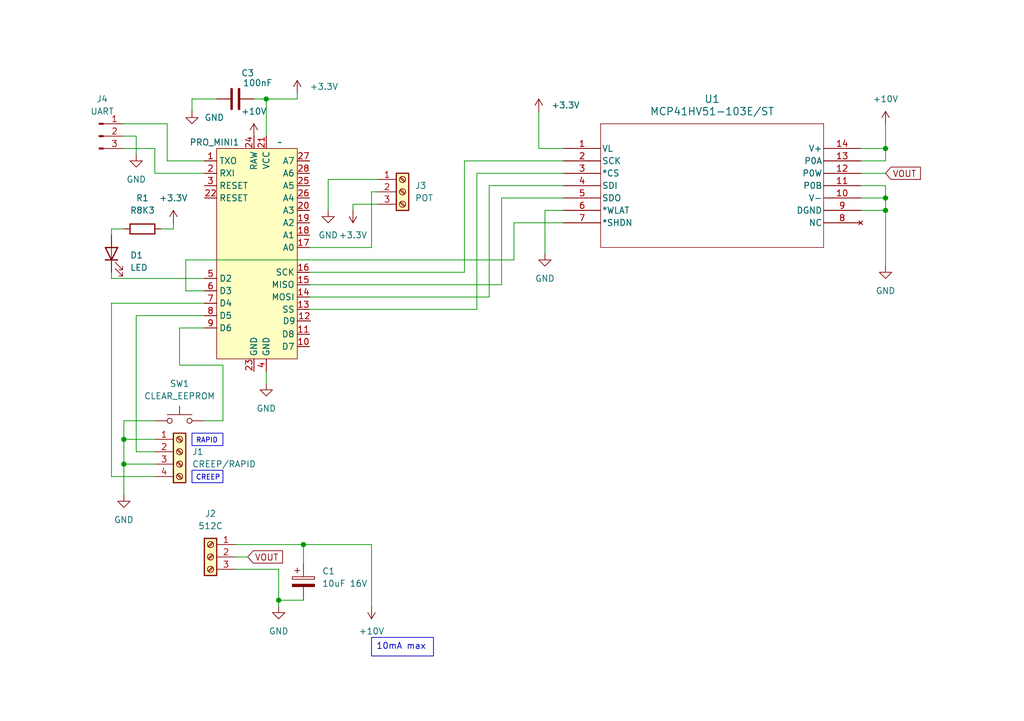
<source format=kicad_sch>
(kicad_sch (version 20231120) (generator "eeschema") (generator_version "8.0")
  (paper "A5")
  (lib_symbols
    (symbol "00_MCU_Module:Arduino_Pro_Mini"
      (property "Reference" "PRO_MINI" (at 2.286 1.778 0))
      (symbol "Arduino_Pro_Mini_1_1"
        (rectangle (start -16.51 0) (end 0 -43.18) (fill (type background)))
        (pin output line (at -19.05 -2.54 0) (length 2.54) (name "TXO") (number "1"))
        (pin bidirectional line (at 2.54 -40.64 180) (length 2.54) (name "D7") (number "10"))
        (pin bidirectional line (at 2.54 -38.1 180) (length 2.54) (name "D8") (number "11"))
        (pin bidirectional line (at 2.7104 -35.3895 180) (length 2.54) (name "D9") (number "12"))
        (pin bidirectional line (at 2.54 -33.02 180) (length 2.54) (name "D10") (number "13") (alternate "SS" output line))
        (pin bidirectional line (at 2.54 -30.48 180) (length 2.54) (name "D11") (number "14") (alternate "MOSI" output line))
        (pin bidirectional line (at 2.54 -27.94 180) (length 2.54) (name "D12") (number "15") (alternate "MISO" input line))
        (pin bidirectional line (at 2.54 -25.4 180) (length 2.54) (name "D13") (number "16") (alternate "SCK" output line))
        (pin input line (at 2.54 -20.32 180) (length 2.54) (name "A0") (number "17"))
        (pin input line (at 2.54 -17.78 180) (length 2.54) (name "A1") (number "18"))
        (pin input line (at 2.54 -15.24 180) (length 2.54) (name "A2") (number "19"))
        (pin input line (at -19.05 -5.08 0) (length 2.54) (name "RXI") (number "2"))
        (pin input line (at 2.54 -12.7 180) (length 2.54) (name "A3") (number "20"))
        (pin power_in line (at -6.35 2.54 270) (length 2.54) (name "VCC") (number "21"))
        (pin input line (at -19.05 -10.16 0) (length 2.54) (name "RESET") (number "22"))
        (pin power_in line (at -8.89 -45.72 90) (length 2.54) (name "GND") (number "23"))
        (pin power_in line (at -8.89 2.54 270) (length 2.54) (name "RAW") (number "24"))
        (pin input line (at 2.54 -7.62 180) (length 2.54) (name "A5") (number "25"))
        (pin input line (at 2.54 -10.16 180) (length 2.54) (name "A4") (number "26"))
        (pin input line (at 2.54 -2.54 180) (length 2.54) (name "A7") (number "27"))
        (pin input line (at 2.54 -5.08 180) (length 2.54) (name "A6") (number "28"))
        (pin input line (at -19.05 -7.62 0) (length 2.54) (name "RESET") (number "3"))
        (pin power_in line (at -6.35 -45.72 90) (length 2.54) (name "GND") (number "4"))
        (pin bidirectional line (at -19.05 -26.67 0) (length 2.54) (name "D2") (number "5"))
        (pin bidirectional line (at -19.05 -29.21 0) (length 2.54) (name "D3") (number "6"))
        (pin bidirectional line (at -19.05 -31.75 0) (length 2.54) (name "D4") (number "7"))
        (pin bidirectional line (at -19.05 -34.29 0) (length 2.54) (name "D5") (number "8"))
        (pin bidirectional line (at -19.05 -36.83 0) (length 2.54) (name "D6") (number "9"))
      )
    )
    (symbol "2024-07-15_14-13-34:MCP41HV51-103E_ST" (pin_names (offset 0.254))
      (property "Reference" "U" (at 30.48 10.16 0))
      (property "Value" "MCP41HV51-103E/ST" (at 30.48 7.62 0))
      (symbol "MCP41HV51-103E_ST_0_1"
        (polyline (pts (xy 7.62 -20.32) (xy 53.34 -20.32)) (stroke (width 0.127)))
        (polyline (pts (xy 7.62 5.08) (xy 7.62 -20.32)) (stroke (width 0.127)))
        (polyline (pts (xy 53.34 -20.32) (xy 53.34 5.08)) (stroke (width 0.127)))
        (polyline (pts (xy 53.34 5.08) (xy 7.62 5.08)) (stroke (width 0.127)))
        (pin power_in line (at 0 0 0) (length 7.62) (name "VL") (number "1"))
        (pin power_in line (at 60.96 -10.16 180) (length 7.62) (name "V-") (number "10"))
        (pin bidirectional line (at 60.96 -7.62 180) (length 7.62) (name "P0B") (number "11"))
        (pin bidirectional line (at 60.96 -5.08 180) (length 7.62) (name "P0W") (number "12"))
        (pin bidirectional line (at 60.96 -2.54 180) (length 7.62) (name "P0A") (number "13"))
        (pin power_in line (at 60.96 0 180) (length 7.62) (name "V+") (number "14"))
        (pin input line (at 0 -2.54 0) (length 7.62) (name "SCK") (number "2"))
        (pin input line (at 0 -5.08 0) (length 7.62) (name "*CS") (number "3"))
        (pin input line (at 0 -7.62 0) (length 7.62) (name "SDI") (number "4"))
        (pin output line (at 0 -10.16 0) (length 7.62) (name "SDO") (number "5"))
        (pin input line (at 0 -12.7 0) (length 7.62) (name "*WLAT") (number "6"))
        (pin input line (at 0 -15.24 0) (length 7.62) (name "*SHDN") (number "7"))
        (pin no_connect line (at 60.96 -15.24 180) (length 7.62) (name "NC") (number "8"))
        (pin power_in line (at 60.96 -12.7 180) (length 7.62) (name "DGND") (number "9"))
      )
    )
    (symbol "Connector:Conn_01x03_Pin" (pin_names (offset 1.016) hide)
      (property "Reference" "J" (at 0 5.08 0))
      (property "Value" "Conn_01x03_Pin" (at 0 -5.08 0))
      (symbol "Conn_01x03_Pin_1_1"
        (polyline (pts (xy 1.27 -2.54) (xy 0.8636 -2.54)) (stroke (width 0.1524)))
        (polyline (pts (xy 1.27 0) (xy 0.8636 0)) (stroke (width 0.1524)))
        (polyline (pts (xy 1.27 2.54) (xy 0.8636 2.54)) (stroke (width 0.1524)))
        (rectangle (start 0.8636 -2.413) (end 0 -2.667) (stroke (width 0.1524)) (fill (type outline)))
        (rectangle (start 0.8636 0.127) (end 0 -0.127) (stroke (width 0.1524)) (fill (type outline)))
        (rectangle (start 0.8636 2.667) (end 0 2.413) (stroke (width 0.1524)) (fill (type outline)))
        (pin passive line (at 5.08 2.54 180) (length 3.81) (name "Pin_1") (number "1"))
        (pin passive line (at 5.08 0 180) (length 3.81) (name "Pin_2") (number "2"))
        (pin passive line (at 5.08 -2.54 180) (length 3.81) (name "Pin_3") (number "3"))
      )
    )
    (symbol "Connector:Screw_Terminal_01x03" (pin_names (offset 1.016) hide)
      (property "Reference" "J" (at 0 5.08 0))
      (property "Value" "Screw_Terminal_01x03" (at 0 -5.08 0))
      (symbol "Screw_Terminal_01x03_1_1"
        (rectangle (start -1.27 3.81) (end 1.27 -3.81) (stroke (width 0.254)) (fill (type background)))
        (circle (center 0 -2.54) (radius 0.635) (stroke (width 0.1524)))
        (polyline (pts (xy -0.5334 -2.2098) (xy 0.3302 -3.048)) (stroke (width 0.1524)))
        (polyline (pts (xy -0.5334 0.3302) (xy 0.3302 -0.508)) (stroke (width 0.1524)))
        (polyline (pts (xy -0.5334 2.8702) (xy 0.3302 2.032)) (stroke (width 0.1524)))
        (polyline (pts (xy -0.3556 -2.032) (xy 0.508 -2.8702)) (stroke (width 0.1524)))
        (polyline (pts (xy -0.3556 0.508) (xy 0.508 -0.3302)) (stroke (width 0.1524)))
        (polyline (pts (xy -0.3556 3.048) (xy 0.508 2.2098)) (stroke (width 0.1524)))
        (circle (center 0 0) (radius 0.635) (stroke (width 0.1524)))
        (circle (center 0 2.54) (radius 0.635) (stroke (width 0.1524)))
        (pin passive line (at -5.08 2.54 0) (length 3.81) (name "Pin_1") (number "1"))
        (pin passive line (at -5.08 0 0) (length 3.81) (name "Pin_2") (number "2"))
        (pin passive line (at -5.08 -2.54 0) (length 3.81) (name "Pin_3") (number "3"))
      )
    )
    (symbol "Connector:Screw_Terminal_01x04" (pin_names (offset 1.016) hide)
      (property "Reference" "J" (at 0 5.08 0))
      (property "Value" "Screw_Terminal_01x04" (at 0 -7.62 0))
      (symbol "Screw_Terminal_01x04_1_1"
        (rectangle (start -1.27 3.81) (end 1.27 -6.35) (stroke (width 0.254)) (fill (type background)))
        (circle (center 0 -5.08) (radius 0.635) (stroke (width 0.1524)))
        (circle (center 0 -2.54) (radius 0.635) (stroke (width 0.1524)))
        (polyline (pts (xy -0.5334 -4.7498) (xy 0.3302 -5.588)) (stroke (width 0.1524)))
        (polyline (pts (xy -0.5334 -2.2098) (xy 0.3302 -3.048)) (stroke (width 0.1524)))
        (polyline (pts (xy -0.5334 0.3302) (xy 0.3302 -0.508)) (stroke (width 0.1524)))
        (polyline (pts (xy -0.5334 2.8702) (xy 0.3302 2.032)) (stroke (width 0.1524)))
        (polyline (pts (xy -0.3556 -4.572) (xy 0.508 -5.4102)) (stroke (width 0.1524)))
        (polyline (pts (xy -0.3556 -2.032) (xy 0.508 -2.8702)) (stroke (width 0.1524)))
        (polyline (pts (xy -0.3556 0.508) (xy 0.508 -0.3302)) (stroke (width 0.1524)))
        (polyline (pts (xy -0.3556 3.048) (xy 0.508 2.2098)) (stroke (width 0.1524)))
        (circle (center 0 0) (radius 0.635) (stroke (width 0.1524)))
        (circle (center 0 2.54) (radius 0.635) (stroke (width 0.1524)))
        (pin passive line (at -5.08 2.54 0) (length 3.81) (name "Pin_1") (number "1"))
        (pin passive line (at -5.08 0 0) (length 3.81) (name "Pin_2") (number "2"))
        (pin passive line (at -5.08 -2.54 0) (length 3.81) (name "Pin_3") (number "3"))
        (pin passive line (at -5.08 -5.08 0) (length 3.81) (name "Pin_4") (number "4"))
      )
    )
    (symbol "Device:C" (pin_numbers hide) (pin_names (offset 0.254))
      (property "Reference" "C" (at 0.635 2.54 0))
      (property "Value" "C" (at 0.635 -2.54 0))
      (symbol "C_0_1"
        (polyline (pts (xy -2.032 -0.762) (xy 2.032 -0.762)) (stroke (width 0.508)))
        (polyline (pts (xy -2.032 0.762) (xy 2.032 0.762)) (stroke (width 0.508)))
      )
      (symbol "C_1_1"
        (pin passive line (at 0 3.81 270) (length 2.794) (name "~") (number "1"))
        (pin passive line (at 0 -3.81 90) (length 2.794) (name "~") (number "2"))
      )
    )
    (symbol "Device:C_Polarized" (pin_numbers hide) (pin_names (offset 0.254))
      (property "Reference" "C" (at 0.635 2.54 0))
      (property "Value" "C_Polarized" (at 0.635 -2.54 0))
      (symbol "C_Polarized_0_1"
        (rectangle (start -2.286 0.508) (end 2.286 1.016))
        (polyline (pts (xy -1.778 2.286) (xy -0.762 2.286)))
        (polyline (pts (xy -1.27 2.794) (xy -1.27 1.778)))
        (rectangle (start 2.286 -0.508) (end -2.286 -1.016) (fill (type outline)))
      )
      (symbol "C_Polarized_1_1"
        (pin passive line (at 0 3.81 270) (length 2.794) (name "~") (number "1"))
        (pin passive line (at 0 -3.81 90) (length 2.794) (name "~") (number "2"))
      )
    )
    (symbol "Device:LED" (pin_numbers hide) (pin_names (offset 1.016) hide)
      (property "Reference" "D" (at 0 2.54 0))
      (property "Value" "LED" (at 0 -2.54 0))
      (symbol "LED_0_1"
        (polyline (pts (xy -1.27 -1.27) (xy -1.27 1.27)) (stroke (width 0.254)))
        (polyline (pts (xy -1.27 0) (xy 1.27 0)))
        (polyline (pts (xy 1.27 -1.27) (xy 1.27 1.27) (xy -1.27 0) (xy 1.27 -1.27)) (stroke (width 0.254)))
        (polyline (pts (xy -3.048 -0.762) (xy -4.572 -2.286) (xy -3.81 -2.286) (xy -4.572 -2.286) (xy -4.572 -1.524)))
        (polyline (pts (xy -1.778 -0.762) (xy -3.302 -2.286) (xy -2.54 -2.286) (xy -3.302 -2.286) (xy -3.302 -1.524)))
      )
      (symbol "LED_1_1"
        (pin passive line (at -3.81 0 0) (length 2.54) (name "K") (number "1"))
        (pin passive line (at 3.81 0 180) (length 2.54) (name "A") (number "2"))
      )
    )
    (symbol "Device:R" (pin_numbers hide) (pin_names (offset 0))
      (property "Reference" "R" (at 2.032 0 90))
      (property "Value" "R" (at 0 0 90))
      (symbol "R_0_1"
        (rectangle (start -1.016 -2.54) (end 1.016 2.54) (stroke (width 0.254)))
      )
      (symbol "R_1_1"
        (pin passive line (at 0 3.81 270) (length 1.27) (name "~") (number "1"))
        (pin passive line (at 0 -3.81 90) (length 1.27) (name "~") (number "2"))
      )
    )
    (symbol "Switch:SW_Push" (pin_numbers hide) (pin_names (offset 1.016) hide)
      (property "Reference" "SW" (at 1.27 2.54 0))
      (property "Value" "SW_Push" (at 0 -1.524 0))
      (symbol "SW_Push_0_1"
        (circle (center -2.032 0) (radius 0.508))
        (polyline (pts (xy 0 1.27) (xy 0 3.048)))
        (polyline (pts (xy 2.54 1.27) (xy -2.54 1.27)))
        (circle (center 2.032 0) (radius 0.508))
        (pin passive line (at -5.08 0 0) (length 2.54) (name "1") (number "1"))
        (pin passive line (at 5.08 0 180) (length 2.54) (name "2") (number "2"))
      )
    )
    (symbol "power:+10V" (power) (pin_numbers hide) (pin_names (offset 0) hide)
      (property "Value" "+10V" (at 0 3.556 0))
      (symbol "+10V_0_1"
        (polyline (pts (xy -0.762 1.27) (xy 0 2.54)))
        (polyline (pts (xy 0 0) (xy 0 2.54)))
        (polyline (pts (xy 0 2.54) (xy 0.762 1.27)))
      )
      (symbol "+10V_1_1"
        (pin power_in line (at 0 0 90) (length 0) (name "~") (number "1"))
      )
    )
    (symbol "power:+3.3V" (power) (pin_numbers hide) (pin_names (offset 0) hide)
      (property "Value" "+3.3V" (at 0 3.556 0))
      (symbol "+3.3V_0_1"
        (polyline (pts (xy -0.762 1.27) (xy 0 2.54)))
        (polyline (pts (xy 0 0) (xy 0 2.54)))
        (polyline (pts (xy 0 2.54) (xy 0.762 1.27)))
      )
      (symbol "+3.3V_1_1"
        (pin power_in line (at 0 0 90) (length 0) (name "~") (number "1"))
      )
    )
    (symbol "power:GND" (power) (pin_numbers hide) (pin_names (offset 0) hide)
      (property "Value" "GND" (at 0 -3.81 0))
      (symbol "GND_0_1"
        (polyline (pts (xy 0 0) (xy 0 -1.27) (xy 1.27 -1.27) (xy 0 -2.54) (xy -1.27 -1.27) (xy 0 -1.27)))
      )
      (symbol "GND_1_1"
        (pin power_in line (at 0 0 270) (length 0) (name "~") (number "1"))
      )
    )
  )
  (junction (at 25.4 90.17))
  (junction (at 54.61 20.32))
  (junction (at 181.61 43.18))
  (junction (at 57.15 123.19))
  (junction (at 62.23 111.76))
  (junction (at 181.61 30.48))
  (junction (at 25.4 95.25))
  (junction (at 181.61 40.64))
  (wire (pts (xy 63.5 58.42) (xy 102.87 58.42)))
  (wire (pts (xy 31.75 95.25) (xy 25.4 95.25)))
  (wire (pts (xy 100.33 60.96) (xy 63.5 60.96)))
  (wire (pts (xy 36.83 74.93) (xy 36.83 67.31)))
  (wire (pts (xy 176.53 38.1) (xy 181.61 38.1)))
  (wire (pts (xy 76.2 39.37) (xy 77.47 39.37)))
  (wire (pts (xy 41.91 57.15) (xy 22.86 57.15)))
  (wire (pts (xy 57.15 116.84) (xy 57.15 123.19)))
  (wire (pts (xy 27.94 92.71) (xy 27.94 64.77)))
  (wire (pts (xy 54.61 76.2) (xy 54.61 78.74)))
  (wire (pts (xy 105.41 53.34) (xy 38.1 53.34)))
  (wire (pts (xy 95.25 33.02) (xy 95.25 55.88)))
  (wire (pts (xy 181.61 40.64) (xy 181.61 43.18)))
  (wire (pts (xy 176.53 33.02) (xy 181.61 33.02)))
  (wire (pts (xy 31.75 30.48) (xy 25.4 30.48)))
  (wire (pts (xy 52.07 20.32) (xy 54.61 20.32)))
  (wire (pts (xy 27.94 92.71) (xy 31.75 92.71)))
  (wire (pts (xy 39.37 20.32) (xy 44.45 20.32)))
  (wire (pts (xy 41.91 86.36) (xy 45.72 86.36)))
  (wire (pts (xy 181.61 30.48) (xy 181.61 25.4)))
  (wire (pts (xy 77.47 36.83) (xy 67.31 36.83)))
  (wire (pts (xy 54.61 20.32) (xy 54.61 27.94)))
  (wire (pts (xy 62.23 115.57) (xy 62.23 111.76)))
  (wire (pts (xy 25.4 95.25) (xy 25.4 90.17)))
  (wire (pts (xy 38.1 53.34) (xy 38.1 59.69)))
  (wire (pts (xy 110.49 30.48) (xy 115.57 30.48)))
  (wire (pts (xy 27.94 31.75) (xy 27.94 27.94)))
  (wire (pts (xy 57.15 123.19) (xy 62.23 123.19)))
  (wire (pts (xy 31.75 35.56) (xy 31.75 30.48)))
  (wire (pts (xy 25.4 90.17) (xy 31.75 90.17)))
  (wire (pts (xy 48.26 114.3) (xy 50.8 114.3)))
  (wire (pts (xy 100.33 38.1) (xy 100.33 60.96)))
  (wire (pts (xy 34.29 33.02) (xy 34.29 25.4)))
  (wire (pts (xy 115.57 45.72) (xy 105.41 45.72)))
  (wire (pts (xy 115.57 43.18) (xy 111.76 43.18)))
  (wire (pts (xy 72.39 41.91) (xy 77.47 41.91)))
  (wire (pts (xy 31.75 86.36) (xy 25.4 86.36)))
  (wire (pts (xy 22.86 57.15) (xy 22.86 55.88)))
  (wire (pts (xy 41.91 33.02) (xy 34.29 33.02)))
  (wire (pts (xy 181.61 33.02) (xy 181.61 30.48)))
  (wire (pts (xy 111.76 43.18) (xy 111.76 52.07)))
  (wire (pts (xy 181.61 38.1) (xy 181.61 40.64)))
  (wire (pts (xy 110.49 22.86) (xy 110.49 30.48)))
  (wire (pts (xy 57.15 124.46) (xy 57.15 123.19)))
  (wire (pts (xy 60.96 19.05) (xy 60.96 20.32)))
  (wire (pts (xy 39.37 22.86) (xy 39.37 20.32)))
  (wire (pts (xy 97.79 63.5) (xy 63.5 63.5)))
  (wire (pts (xy 22.86 62.23) (xy 41.91 62.23)))
  (wire (pts (xy 97.79 35.56) (xy 97.79 63.5)))
  (wire (pts (xy 38.1 59.69) (xy 41.91 59.69)))
  (wire (pts (xy 105.41 45.72) (xy 105.41 53.34)))
  (wire (pts (xy 27.94 27.94) (xy 25.4 27.94)))
  (wire (pts (xy 67.31 36.83) (xy 67.31 43.18)))
  (wire (pts (xy 181.61 43.18) (xy 181.61 54.61)))
  (wire (pts (xy 25.4 86.36) (xy 25.4 90.17)))
  (wire (pts (xy 22.86 62.23) (xy 22.86 97.79)))
  (wire (pts (xy 45.72 86.36) (xy 45.72 74.93)))
  (wire (pts (xy 115.57 33.02) (xy 95.25 33.02)))
  (wire (pts (xy 115.57 35.56) (xy 97.79 35.56)))
  (wire (pts (xy 76.2 50.8) (xy 63.5 50.8)))
  (wire (pts (xy 57.15 116.84) (xy 48.26 116.84)))
  (wire (pts (xy 22.86 46.99) (xy 22.86 48.26)))
  (wire (pts (xy 41.91 35.56) (xy 31.75 35.56)))
  (wire (pts (xy 60.96 20.32) (xy 54.61 20.32)))
  (wire (pts (xy 102.87 58.42) (xy 102.87 40.64)))
  (wire (pts (xy 102.87 40.64) (xy 115.57 40.64)))
  (wire (pts (xy 62.23 111.76) (xy 76.2 111.76)))
  (wire (pts (xy 76.2 39.37) (xy 76.2 50.8)))
  (wire (pts (xy 76.2 124.46) (xy 76.2 111.76)))
  (wire (pts (xy 33.02 46.99) (xy 35.56 46.99)))
  (wire (pts (xy 34.29 25.4) (xy 25.4 25.4)))
  (wire (pts (xy 36.83 67.31) (xy 41.91 67.31)))
  (wire (pts (xy 115.57 38.1) (xy 100.33 38.1)))
  (wire (pts (xy 72.39 41.91) (xy 72.39 43.18)))
  (wire (pts (xy 25.4 46.99) (xy 22.86 46.99)))
  (wire (pts (xy 31.75 97.79) (xy 22.86 97.79)))
  (wire (pts (xy 48.26 111.76) (xy 62.23 111.76)))
  (wire (pts (xy 176.53 43.18) (xy 181.61 43.18)))
  (wire (pts (xy 176.53 40.64) (xy 181.61 40.64)))
  (wire (pts (xy 95.25 55.88) (xy 63.5 55.88)))
  (wire (pts (xy 25.4 101.6) (xy 25.4 95.25)))
  (wire (pts (xy 176.53 30.48) (xy 181.61 30.48)))
  (wire (pts (xy 176.53 35.56) (xy 181.61 35.56)))
  (wire (pts (xy 27.94 64.77) (xy 41.91 64.77)))
  (wire (pts (xy 35.56 46.99) (xy 35.56 45.72)))
  (wire (pts (xy 45.72 74.93) (xy 36.83 74.93)))
  (text_box "RAPID" (at 39.37 88.9 0) (size 6.35 2.54) (effects (font (size 1.016 1.016)) (justify left top)))
  (text_box "CREEP" (at 39.37 96.52 0) (size 6.35 2.54) (effects (font (size 1.016 1.016)) (justify left top)))
  (text_box "10mA max" (at 76.2 130.81 0) (size 12.7 3.81) (effects (font (size 1.27 1.27)) (justify left top)))
  (global_label "VOUT" (shape input) (at 181.61 35.56 0) (property "Intersheetrefs" "${INTERSHEET_REFS}" (effects (hide yes))))
  (global_label "VOUT" (shape input) (at 50.8 114.3 0) (property "Intersheetrefs" "${INTERSHEET_REFS}" (effects (hide yes))))
  (symbol (lib_id "Connector:Screw_Terminal_01x03") (at 43.18 114.3 0) (mirror y) (unit 1)
    (property "Reference" "J2" (at 43.18 105.41 0))
    (property "Value" "512C" (at 43.18 107.95 0))
    (property "Footprint" "TerminalBlock:TerminalBlock_bornier-3_P5.08mm" (effects (hide yes)))
    (property "Description" "Generic screw terminal, single row, 01x03, script generated (kicad-library-utils/schlib/autogen/connector/)" (effects (hide yes)))
  )
  (symbol (lib_id "Device:C_Polarized") (at 62.23 119.38 0) (unit 1)
    (property "Reference" "C1" (at 66.04 117.2209 0) (effects (justify left)))
    (property "Value" "10uF 16V" (at 66.04 119.7609 0) (effects (justify left)))
    (property "Footprint" "Capacitor_THT:CP_Radial_D4.0mm_P2.00mm" (effects (hide yes)))
    (property "Description" "Polarized capacitor" (effects (hide yes)))
  )
  (symbol (lib_id "power:GND") (at 27.94 31.75 0) (unit 1)
    (property "Reference" "#PWR013" (effects (hide yes)))
    (property "Value" "GND" (at 27.94 36.83 0))
    (property "Description" "Power symbol creates a global label with name \"GND\" , ground" (effects (hide yes)))
  )
  (symbol (lib_id "power:GND") (at 67.31 43.18 0) (unit 1)
    (property "Reference" "#PWR07" (effects (hide yes)))
    (property "Value" "GND" (at 67.31 48.26 0))
    (property "Description" "Power symbol creates a global label with name \"GND\" , ground" (effects (hide yes)))
  )
  (symbol (lib_id "Connector:Screw_Terminal_01x04") (at 36.83 92.71 0) (unit 1)
    (property "Reference" "J1" (at 39.37 92.7099 0) (effects (justify left)))
    (property "Value" "CREEP/RAPID" (at 39.37 95.2499 0) (effects (justify left)))
    (property "Footprint" "TerminalBlock:TerminalBlock_bornier-4_P5.08mm" (effects (hide yes)))
    (property "Description" "Generic screw terminal, single row, 01x04, script generated (kicad-library-utils/schlib/autogen/connector/)" (effects (hide yes)))
  )
  (symbol (lib_id "power:GND") (at 181.61 54.61 0) (unit 1)
    (property "Reference" "#PWR04" (effects (hide yes)))
    (property "Value" "GND" (at 181.61 59.69 0))
    (property "Description" "Power symbol creates a global label with name \"GND\" , ground" (effects (hide yes)))
  )
  (symbol (lib_id "power:GND") (at 57.15 124.46 0) (unit 1)
    (property "Reference" "#PWR03" (effects (hide yes)))
    (property "Value" "GND" (at 57.15 129.54 0))
    (property "Description" "Power symbol creates a global label with name \"GND\" , ground" (effects (hide yes)))
  )
  (symbol (lib_id "Device:R") (at 29.21 46.99 90) (unit 1)
    (property "Reference" "R1" (at 29.21 40.64 90))
    (property "Value" "R8K3" (at 29.21 43.18 90))
    (property "Footprint" "Resistor_THT:R_Axial_DIN0207_L6.3mm_D2.5mm_P7.62mm_Horizontal" (effects (hide yes)))
    (property "Description" "Resistor" (effects (hide yes)))
  )
  (symbol (lib_id "power:+10V") (at 52.07 27.94 0) (unit 1)
    (property "Reference" "#PWR015" (effects (hide yes)))
    (property "Value" "+10V" (at 52.07 22.86 0))
    (property "Description" "Power symbol creates a global label with name \"+10V\"" (effects (hide yes)))
  )
  (symbol (lib_id "power:GND") (at 54.61 78.74 0) (unit 1)
    (property "Reference" "#PWR05" (effects (hide yes)))
    (property "Value" "GND" (at 54.61 83.82 0))
    (property "Description" "Power symbol creates a global label with name \"GND\" , ground" (effects (hide yes)))
  )
  (symbol (lib_id "power:+3.3V") (at 35.56 45.72 0) (unit 1)
    (property "Reference" "#PWR09" (effects (hide yes)))
    (property "Value" "+3.3V" (at 35.56 40.64 0))
    (property "Description" "Power symbol creates a global label with name \"+3.3V\"" (effects (hide yes)))
  )
  (symbol (lib_id "00_MCU_Module:Arduino_Pro_Mini") (at 60.96 30.48 0) (unit 1)
    (property "Reference" "PRO_MINI1" (at 38.862 29.21 0) (effects (justify left)))
    (property "Value" "~" (at 56.8041 29.21 0) (effects (justify left)))
    (property "Footprint" "00_Module:Arduino_Pro_Mini" (effects (hide yes)))
    (pin "13" (alternate "SS"))
    (pin "14" (alternate "MOSI"))
    (pin "15" (alternate "MISO"))
    (pin "16" (alternate "SCK"))
  )
  (symbol (lib_id "power:+10V") (at 76.2 124.46 180) (unit 1)
    (property "Reference" "#PWR01" (effects (hide yes)))
    (property "Value" "+10V" (at 76.2 129.54 0))
    (property "Description" "Power symbol creates a global label with name \"+10V\"" (effects (hide yes)))
  )
  (symbol (lib_id "Device:C") (at 48.26 20.32 90) (unit 1)
    (property "Reference" "C3" (at 50.8 14.986 90))
    (property "Value" "100nF" (at 52.832 17.018 90))
    (property "Footprint" "Capacitor_THT:C_Disc_D5.0mm_W2.5mm_P2.50mm" (effects (hide yes)))
    (property "Description" "Unpolarized capacitor" (effects (hide yes)))
  )
  (symbol (lib_id "power:+10V") (at 181.61 25.4 0) (unit 1)
    (property "Reference" "#PWR02" (effects (hide yes)))
    (property "Value" "+10V" (at 181.61 20.32 0))
    (property "Description" "Power symbol creates a global label with name \"+10V\"" (effects (hide yes)))
  )
  (symbol (lib_id "power:GND") (at 111.76 52.07 0) (unit 1)
    (property "Reference" "#PWR06" (effects (hide yes)))
    (property "Value" "GND" (at 111.76 57.15 0))
    (property "Description" "Power symbol creates a global label with name \"GND\" , ground" (effects (hide yes)))
  )
  (symbol (lib_id "power:+3.3V") (at 60.96 19.05 0) (unit 1)
    (property "Reference" "#PWR010" (effects (hide yes)))
    (property "Value" "+3.3V" (at 63.5 17.7799 0) (effects (justify left)))
    (property "Description" "Power symbol creates a global label with name \"+3.3V\"" (effects (hide yes)))
  )
  (symbol (lib_id "Connector:Screw_Terminal_01x03") (at 82.55 39.37 0) (unit 1)
    (property "Reference" "J3" (at 85.09 38.0999 0) (effects (justify left)))
    (property "Value" "POT" (at 85.09 40.6399 0) (effects (justify left)))
    (property "Footprint" "TerminalBlock:TerminalBlock_bornier-3_P5.08mm" (effects (hide yes)))
    (property "Description" "Generic screw terminal, single row, 01x03, script generated (kicad-library-utils/schlib/autogen/connector/)" (effects (hide yes)))
  )
  (symbol (lib_id "Switch:SW_Push") (at 36.83 86.36 0) (unit 1)
    (property "Reference" "SW1" (at 36.83 78.74 0))
    (property "Value" "CLEAR_EEPROM" (at 36.83 81.28 0))
    (property "Footprint" "Button_Switch_THT:SW_PUSH_6mm" (effects (hide yes)))
    (property "Description" "Push button switch, generic, two pins" (effects (hide yes)))
  )
  (symbol (lib_id "power:+3.3V") (at 72.39 43.18 180) (unit 1)
    (property "Reference" "#PWR012" (effects (hide yes)))
    (property "Value" "+3.3V" (at 72.39 48.26 0))
    (property "Description" "Power symbol creates a global label with name \"+3.3V\"" (effects (hide yes)))
  )
  (symbol (lib_id "Device:LED") (at 22.86 52.07 90) (unit 1)
    (property "Reference" "D1" (at 26.67 52.3874 90) (effects (justify right)))
    (property "Value" "LED" (at 26.67 54.9274 90) (effects (justify right)))
    (property "Footprint" "LED_THT:LED_D5.0mm" (effects (hide yes)))
    (property "Description" "Light emitting diode" (effects (hide yes)))
  )
  (symbol (lib_id "2024-07-15_14-13-34:MCP41HV51-103E_ST") (at 115.57 30.48 0) (unit 1)
    (property "Reference" "U1" (at 146.05 20.32 0) (effects (font (size 1.524 1.524))))
    (property "Value" "MCP41HV51-103E/ST" (at 146.05 22.86 0) (effects (font (size 1.524 1.524))))
    (property "Footprint" "TSSOP14_MC_MCH" (effects (hide yes)))
    (property "Datasheet" "MCP41HV51-103E/ST" (effects (hide yes)))
  )
  (symbol (lib_id "power:GND") (at 39.37 22.86 0) (unit 1)
    (property "Reference" "#PWR014" (effects (hide yes)))
    (property "Value" "GND" (at 41.91 24.1299 0) (effects (justify left)))
    (property "Description" "Power symbol creates a global label with name \"GND\" , ground" (effects (hide yes)))
  )
  (symbol (lib_id "power:+3.3V") (at 110.49 22.86 0) (unit 1)
    (property "Reference" "#PWR011" (effects (hide yes)))
    (property "Value" "+3.3V" (at 113.03 21.5899 0) (effects (justify left)))
    (property "Description" "Power symbol creates a global label with name \"+3.3V\"" (effects (hide yes)))
  )
  (symbol (lib_id "Connector:Conn_01x03_Pin") (at 20.32 27.94 0) (unit 1)
    (property "Reference" "J4" (at 20.955 20.32 0))
    (property "Value" "UART" (at 20.955 22.86 0))
    (property "Footprint" "Connector_JST:JST_XH_B3B-XH-A_1x03_P2.50mm_Vertical" (effects (hide yes)))
    (property "Description" "Generic connector, single row, 01x03, script generated" (effects (hide yes)))
  )
  (symbol (lib_id "power:GND") (at 25.4 101.6 0) (unit 1)
    (property "Reference" "#PWR08" (effects (hide yes)))
    (property "Value" "GND" (at 25.4 106.68 0))
    (property "Description" "Power symbol creates a global label with name \"GND\" , ground" (effects (hide yes)))
  )
)
</source>
